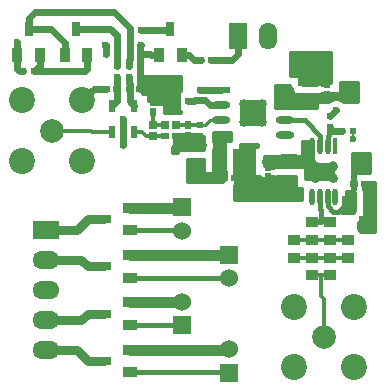
<source format=gtl>
G04 #@! TF.FileFunction,Copper,L1,Top,Signal*
%FSLAX46Y46*%
G04 Gerber Fmt 4.6, Leading zero omitted, Abs format (unit mm)*
G04 Created by KiCad (PCBNEW (2014-11-13 BZR 5275)-product) date Sun 16 Nov 2014 06:56:20 PM EST*
%MOMM*%
G01*
G04 APERTURE LIST*
%ADD10C,0.100000*%
%ADD11R,1.550000X0.600000*%
%ADD12O,1.550000X0.600000*%
%ADD13R,2.290000X2.290000*%
%ADD14R,0.900000X1.300000*%
%ADD15R,0.800000X1.300000*%
%ADD16R,1.524000X2.286000*%
%ADD17O,1.524000X2.286000*%
%ADD18R,0.650000X0.600000*%
%ADD19R,0.600000X0.650000*%
%ADD20R,1.450000X1.150000*%
%ADD21R,1.150000X1.450000*%
%ADD22R,1.524000X1.524000*%
%ADD23C,1.524000*%
%ADD24C,2.000000*%
%ADD25C,2.200000*%
%ADD26R,2.286000X1.524000*%
%ADD27O,2.286000X1.524000*%
%ADD28R,0.700000X0.650000*%
%ADD29R,0.650000X0.700000*%
%ADD30R,1.300000X0.900000*%
%ADD31R,1.300000X0.800000*%
%ADD32R,0.600000X0.600000*%
%ADD33R,1.000000X0.850000*%
%ADD34R,0.600000X1.100000*%
%ADD35R,0.450000X1.450000*%
%ADD36O,0.450000X1.450000*%
%ADD37R,1.890000X1.570000*%
%ADD38C,0.600000*%
%ADD39C,0.800000*%
%ADD40C,0.600000*%
%ADD41C,0.200000*%
%ADD42C,0.400000*%
%ADD43C,0.350000*%
%ADD44C,0.254000*%
%ADD45C,0.900000*%
%ADD46C,0.800000*%
G04 APERTURE END LIST*
D10*
D11*
X154300000Y-89095000D03*
D12*
X154300000Y-90365000D03*
X154300000Y-91635000D03*
X154300000Y-92905000D03*
X159700000Y-92905000D03*
X159700000Y-91635000D03*
X159700000Y-90365000D03*
X159700000Y-89095000D03*
D13*
X157000000Y-91000000D03*
D14*
X141050000Y-86100000D03*
X142950000Y-86100000D03*
D15*
X142000000Y-83900000D03*
D16*
X155730000Y-84500000D03*
D17*
X158270000Y-84500000D03*
D18*
X146550000Y-89000000D03*
X147450000Y-89000000D03*
X145450000Y-89000000D03*
X144550000Y-89000000D03*
X149550000Y-93000000D03*
X150450000Y-93000000D03*
D19*
X148500000Y-90950000D03*
X148500000Y-90050000D03*
X151500000Y-92050000D03*
X151500000Y-92950000D03*
D20*
X161500000Y-89900000D03*
X161500000Y-88100000D03*
D21*
X154100000Y-94750000D03*
X155900000Y-94750000D03*
X165100000Y-98750000D03*
X166900000Y-98750000D03*
D20*
X160000000Y-95100000D03*
X160000000Y-96900000D03*
D19*
X163250000Y-89450000D03*
X163250000Y-88550000D03*
D18*
X154550000Y-96500000D03*
X155450000Y-96500000D03*
X165550000Y-97000000D03*
X166450000Y-97000000D03*
D19*
X158250000Y-95550000D03*
X158250000Y-96450000D03*
D22*
X155000000Y-102999240D03*
D23*
X155000000Y-105000760D03*
D22*
X151000000Y-109000760D03*
D23*
X151000000Y-106999240D03*
D22*
X151000000Y-98999240D03*
D23*
X151000000Y-101000760D03*
D22*
X155000000Y-113000760D03*
D23*
X155000000Y-110999240D03*
D24*
X140000000Y-92500000D03*
D25*
X137450000Y-89950000D03*
X142550000Y-89950000D03*
X137450000Y-95050000D03*
X142550000Y-95050000D03*
D24*
X163000000Y-110000000D03*
D25*
X160450000Y-107450000D03*
X165550000Y-107450000D03*
X160450000Y-112550000D03*
X165550000Y-112550000D03*
D26*
X139500000Y-100920000D03*
D27*
X139500000Y-103460000D03*
X139500000Y-106000000D03*
X139500000Y-108540000D03*
X139500000Y-111080000D03*
D28*
X148500000Y-92050000D03*
X148500000Y-92950000D03*
D29*
X150450000Y-92000000D03*
X149550000Y-92000000D03*
D14*
X149050000Y-86100000D03*
X150950000Y-86100000D03*
D15*
X150000000Y-83900000D03*
D14*
X137050000Y-86100000D03*
X138950000Y-86100000D03*
D15*
X138000000Y-83900000D03*
D30*
X146600000Y-100950000D03*
X146600000Y-99050000D03*
D31*
X144400000Y-100000000D03*
D30*
X146600000Y-104950000D03*
X146600000Y-103050000D03*
D31*
X144400000Y-104000000D03*
D32*
X153450000Y-86500000D03*
X152550000Y-86500000D03*
X137550000Y-87500000D03*
X138450000Y-87500000D03*
X147450000Y-86000000D03*
X146550000Y-86000000D03*
X146500000Y-87950000D03*
X146500000Y-87050000D03*
X145500000Y-87950000D03*
X145500000Y-87050000D03*
X144550000Y-86000000D03*
X145450000Y-86000000D03*
X151450000Y-90000000D03*
X150550000Y-90000000D03*
X152500000Y-92050000D03*
X152500000Y-92950000D03*
X152500000Y-89050000D03*
X152500000Y-89950000D03*
X165450000Y-92500000D03*
X164550000Y-92500000D03*
X163500000Y-92200000D03*
X163500000Y-91300000D03*
D33*
X162000000Y-101750000D03*
X162000000Y-100250000D03*
X163500000Y-101750000D03*
X163500000Y-100250000D03*
X160500000Y-103250000D03*
X160500000Y-101750000D03*
X165000000Y-103250000D03*
X165000000Y-101750000D03*
X163500000Y-104750000D03*
X163500000Y-103250000D03*
X162000000Y-104750000D03*
X162000000Y-103250000D03*
D34*
X145050000Y-92600000D03*
X146950000Y-92600000D03*
X146000000Y-92600000D03*
X146950000Y-90400000D03*
X145050000Y-90400000D03*
D35*
X163975000Y-93850000D03*
D36*
X163325000Y-93850000D03*
X162675000Y-93850000D03*
X162025000Y-93850000D03*
X162025000Y-98150000D03*
X162675000Y-98150000D03*
X163325000Y-98150000D03*
X163975000Y-98150000D03*
D37*
X163000000Y-96000000D03*
D30*
X146600000Y-108950000D03*
X146600000Y-107050000D03*
D31*
X144400000Y-108000000D03*
D30*
X146600000Y-112950000D03*
X146600000Y-111050000D03*
D31*
X144400000Y-112000000D03*
D38*
X164000000Y-90750000D03*
D39*
X157750000Y-91750000D03*
X156250000Y-91750000D03*
X157750000Y-90250000D03*
X157000000Y-91000000D03*
X156250000Y-90250000D03*
D38*
X146000000Y-91500000D03*
X146000000Y-93750000D03*
X166250000Y-100000000D03*
X166250000Y-100750000D03*
X167000000Y-100750000D03*
X167000000Y-100000000D03*
X147500000Y-85250000D03*
X144500000Y-85250000D03*
X150500000Y-88250000D03*
X147500000Y-88250000D03*
X150500000Y-89250000D03*
X150500000Y-90750000D03*
X149250000Y-90000000D03*
X148500000Y-89250000D03*
X152750000Y-93750000D03*
X152000000Y-93750000D03*
X151250000Y-93750000D03*
X150500000Y-93750000D03*
X159250000Y-98000000D03*
X160750000Y-98000000D03*
X157000000Y-94000000D03*
X160000000Y-98000000D03*
X157000000Y-96500000D03*
X156250000Y-96500000D03*
X157000000Y-95500000D03*
X157000000Y-94750000D03*
X163250000Y-87750000D03*
X162250000Y-86250000D03*
X160750000Y-86250000D03*
X162250000Y-87000000D03*
X160750000Y-87000000D03*
X161500000Y-86250000D03*
X161500000Y-87000000D03*
X165500000Y-89750000D03*
X164750000Y-89750000D03*
X165500000Y-88750000D03*
X164750000Y-88750000D03*
X142750000Y-87500000D03*
X152500000Y-95250000D03*
X151750000Y-95250000D03*
X151750000Y-96250000D03*
X152500000Y-96250000D03*
X166500000Y-94750000D03*
X165750000Y-94750000D03*
X166500000Y-95750000D03*
X165750000Y-95750000D03*
D39*
X162250000Y-96500000D03*
X163750000Y-96500000D03*
X163750000Y-95500000D03*
X162250000Y-95500000D03*
X163000000Y-96000000D03*
D38*
X147500000Y-84000000D03*
X147500000Y-84000000D03*
X137000000Y-85000000D03*
X137000000Y-85000000D03*
X165500000Y-93250000D03*
X165500000Y-93250000D03*
X162759002Y-100250000D03*
X162759002Y-100250000D03*
X162759002Y-100250000D03*
D40*
X146550000Y-90000000D02*
X146550000Y-89000000D01*
X146550000Y-88550000D02*
X146500000Y-88500000D01*
X146500000Y-88500000D02*
X146500000Y-87950000D01*
X146550000Y-89000000D02*
X146550000Y-88550000D01*
X146950000Y-90400000D02*
X146550000Y-90000000D01*
D41*
X146950000Y-90100000D02*
X146950000Y-90400000D01*
D40*
X163500000Y-91300000D02*
X163500000Y-91250000D01*
X163500000Y-91250000D02*
X164000000Y-90750000D01*
X157000000Y-91000000D02*
X157750000Y-91750000D01*
X157000000Y-91000000D02*
X156250000Y-91750000D01*
X157000000Y-91000000D02*
X157750000Y-90250000D01*
X157000000Y-91000000D02*
X156250000Y-90250000D01*
X146000000Y-92600000D02*
X146000000Y-91500000D01*
X146000000Y-92600000D02*
X146000000Y-93750000D01*
X166250000Y-100750000D02*
X166250000Y-100000000D01*
X167000000Y-100750000D02*
X166250000Y-100750000D01*
X167000000Y-100000000D02*
X167000000Y-100750000D01*
X166900000Y-98750000D02*
X166900000Y-99900000D01*
X166900000Y-99900000D02*
X167000000Y-100000000D01*
X166450000Y-97450000D02*
X166900000Y-97900000D01*
X166900000Y-97900000D02*
X166900000Y-98750000D01*
X166450000Y-97000000D02*
X166450000Y-97450000D01*
X148350000Y-86100000D02*
X148250000Y-86000000D01*
X148250000Y-86000000D02*
X147450000Y-86000000D01*
X149050000Y-86100000D02*
X148350000Y-86100000D01*
X147450000Y-86000000D02*
X147450000Y-85300000D01*
X147450000Y-85300000D02*
X147500000Y-85250000D01*
X144550000Y-86000000D02*
X144550000Y-85300000D01*
X144550000Y-85300000D02*
X144500000Y-85250000D01*
X144550000Y-89000000D02*
X143500000Y-89000000D01*
X143500000Y-89000000D02*
X142550000Y-89950000D01*
X147450000Y-86000000D02*
X147450000Y-88200000D01*
X147450000Y-88200000D02*
X147500000Y-88250000D01*
X150500000Y-89250000D02*
X150500000Y-88250000D01*
X147450000Y-89000000D02*
X147450000Y-88300000D01*
X147450000Y-88300000D02*
X147500000Y-88250000D01*
X150550000Y-90000000D02*
X150550000Y-89300000D01*
X150550000Y-89300000D02*
X150500000Y-89250000D01*
X150550000Y-90000000D02*
X150550000Y-90700000D01*
X150550000Y-90700000D02*
X150500000Y-90750000D01*
X148500000Y-90050000D02*
X149200000Y-90050000D01*
X149200000Y-90050000D02*
X149250000Y-90000000D01*
X148500000Y-90050000D02*
X148500000Y-89250000D01*
X152000000Y-93750000D02*
X152750000Y-93750000D01*
X151250000Y-93750000D02*
X152000000Y-93750000D01*
X150500000Y-93750000D02*
X151250000Y-93750000D01*
X150450000Y-93000000D02*
X150450000Y-93700000D01*
X150450000Y-93700000D02*
X150500000Y-93750000D01*
X151050000Y-92950000D02*
X151000000Y-93000000D01*
X151000000Y-93000000D02*
X150450000Y-93000000D01*
X152500000Y-92950000D02*
X151050000Y-92950000D01*
X152500000Y-92950000D02*
X151500000Y-92950000D01*
D42*
X160000000Y-98000000D02*
X159250000Y-98000000D01*
X160000000Y-98000000D02*
X160750000Y-98000000D01*
X157000000Y-94750000D02*
X157000000Y-94000000D01*
X160000000Y-96900000D02*
X160000000Y-98000000D01*
X156250000Y-96500000D02*
X157000000Y-96500000D01*
X155450000Y-96500000D02*
X156250000Y-96500000D01*
X157000000Y-94750000D02*
X157000000Y-95500000D01*
X155900000Y-94750000D02*
X157000000Y-94750000D01*
X158700000Y-96450000D02*
X159150000Y-96900000D01*
X159150000Y-96900000D02*
X160000000Y-96900000D01*
X158250000Y-96450000D02*
X158700000Y-96450000D01*
X155900000Y-95600000D02*
X155450000Y-96050000D01*
X155450000Y-96050000D02*
X155450000Y-96500000D01*
X155900000Y-94750000D02*
X155900000Y-95600000D01*
X163250000Y-88550000D02*
X163250000Y-87750000D01*
X162250000Y-87000000D02*
X162250000Y-86250000D01*
X160750000Y-87000000D02*
X160750000Y-86250000D01*
X161500000Y-87000000D02*
X162250000Y-87000000D01*
X161500000Y-87000000D02*
X160750000Y-87000000D01*
X161500000Y-87000000D02*
X161500000Y-86250000D01*
X161500000Y-88100000D02*
X161500000Y-87000000D01*
X162800000Y-88550000D02*
X162350000Y-88100000D01*
X162350000Y-88100000D02*
X161500000Y-88100000D01*
X163250000Y-88550000D02*
X162800000Y-88550000D01*
X146600000Y-112950000D02*
X154949240Y-112950000D01*
X154949240Y-112950000D02*
X155000000Y-113000760D01*
X146600000Y-108950000D02*
X150949240Y-108950000D01*
X150949240Y-108950000D02*
X151000000Y-109000760D01*
X146600000Y-104950000D02*
X154949240Y-104950000D01*
X154949240Y-104950000D02*
X155000000Y-105000760D01*
X146600000Y-100950000D02*
X150949240Y-100950000D01*
X150949240Y-100950000D02*
X151000000Y-101000760D01*
D40*
X145450000Y-88550000D02*
X145500000Y-88500000D01*
X145500000Y-88500000D02*
X145500000Y-87950000D01*
X145450000Y-89000000D02*
X145450000Y-88550000D01*
X145050000Y-90400000D02*
X145450000Y-90000000D01*
X145450000Y-90000000D02*
X145450000Y-89000000D01*
D41*
X145050000Y-90200000D02*
X145050000Y-90400000D01*
D43*
X148500000Y-92950000D02*
X149500000Y-92950000D01*
X149500000Y-92950000D02*
X149550000Y-93000000D01*
X147600000Y-92600000D02*
X147950000Y-92950000D01*
X147950000Y-92950000D02*
X148500000Y-92950000D01*
X146950000Y-92600000D02*
X147600000Y-92600000D01*
X148500000Y-92050000D02*
X148500000Y-90950000D01*
X149550000Y-92000000D02*
X148550000Y-92000000D01*
X148550000Y-92000000D02*
X148500000Y-92050000D01*
X152050000Y-92050000D02*
X151500000Y-92050000D01*
X152500000Y-92050000D02*
X152050000Y-92050000D01*
X151050000Y-92050000D02*
X151000000Y-92000000D01*
X151000000Y-92000000D02*
X150450000Y-92000000D01*
X151500000Y-92050000D02*
X151050000Y-92050000D01*
D44*
X152950000Y-92050000D02*
X153365000Y-91635000D01*
X153365000Y-91635000D02*
X154300000Y-91635000D01*
X152500000Y-92050000D02*
X152950000Y-92050000D01*
D40*
X164750000Y-89750000D02*
X165500000Y-89750000D01*
X164750000Y-88750000D02*
X164750000Y-89750000D01*
X164750000Y-88750000D02*
X165500000Y-88750000D01*
X164550000Y-89450000D02*
X164750000Y-89250000D01*
X164750000Y-89250000D02*
X164750000Y-88750000D01*
X163250000Y-89450000D02*
X164550000Y-89450000D01*
X162350000Y-89900000D02*
X162800000Y-89450000D01*
X162800000Y-89450000D02*
X163250000Y-89450000D01*
X161500000Y-89900000D02*
X162350000Y-89900000D01*
X160850000Y-89900000D02*
X160385000Y-90365000D01*
X160385000Y-90365000D02*
X159700000Y-90365000D01*
X161500000Y-89900000D02*
X160850000Y-89900000D01*
X159700000Y-89700000D02*
X159700000Y-90365000D01*
X159700000Y-89095000D02*
X159700000Y-89700000D01*
D45*
X146600000Y-103050000D02*
X154949240Y-103050000D01*
X154949240Y-103050000D02*
X155000000Y-102999240D01*
D40*
X138950000Y-86100000D02*
X138950000Y-87000000D01*
X138950000Y-87000000D02*
X138450000Y-87500000D01*
X153500000Y-96250000D02*
X153750000Y-96500000D01*
X153750000Y-96500000D02*
X154550000Y-96500000D01*
X152500000Y-96250000D02*
X153500000Y-96250000D01*
X151750000Y-96250000D02*
X151750000Y-95250000D01*
X151750000Y-95250000D02*
X152500000Y-95250000D01*
X152500000Y-96250000D02*
X151750000Y-96250000D01*
X154100000Y-95600000D02*
X154550000Y-96050000D01*
X154550000Y-96050000D02*
X154550000Y-96500000D01*
X154100000Y-94750000D02*
X154100000Y-95600000D01*
X154300000Y-93450000D02*
X154100000Y-93650000D01*
X154100000Y-93650000D02*
X154100000Y-94750000D01*
X154300000Y-92905000D02*
X154300000Y-93450000D01*
D45*
X146600000Y-107050000D02*
X150949240Y-107050000D01*
X150949240Y-107050000D02*
X151000000Y-106999240D01*
D40*
X139000000Y-86150000D02*
X138950000Y-86100000D01*
X142750000Y-87500000D02*
X142950000Y-87300000D01*
X142950000Y-87300000D02*
X142950000Y-86100000D01*
X138450000Y-87500000D02*
X142750000Y-87500000D01*
D42*
X165750000Y-94750000D02*
X166500000Y-94750000D01*
X165750000Y-95750000D02*
X165750000Y-94750000D01*
X165750000Y-95750000D02*
X166500000Y-95750000D01*
X165550000Y-97000000D02*
X165550000Y-95950000D01*
X165550000Y-95950000D02*
X165750000Y-95750000D01*
X165550000Y-97450000D02*
X165100000Y-97900000D01*
X165100000Y-97900000D02*
X165100000Y-98750000D01*
X165550000Y-97000000D02*
X165550000Y-97450000D01*
X164200000Y-99400000D02*
X164850000Y-98750000D01*
X164850000Y-98750000D02*
X165100000Y-98750000D01*
X163800000Y-99400000D02*
X164200000Y-99400000D01*
X163325000Y-98925000D02*
X163800000Y-99400000D01*
X163325000Y-98150000D02*
X163325000Y-98925000D01*
D45*
X146600000Y-99050000D02*
X150949240Y-99050000D01*
X150949240Y-99050000D02*
X151000000Y-98999240D01*
D46*
X162250000Y-96500000D02*
X163000000Y-96000000D01*
X163750000Y-96500000D02*
X163000000Y-96000000D01*
X163000000Y-96000000D02*
X163250000Y-96000000D01*
X163250000Y-96000000D02*
X163750000Y-95500000D01*
X162250000Y-95500000D02*
X163000000Y-96000000D01*
D42*
X162250000Y-95500000D02*
X162500000Y-95500000D01*
X162025000Y-93850000D02*
X162025000Y-95275000D01*
X162025000Y-95275000D02*
X162250000Y-95500000D01*
X159150000Y-95100000D02*
X158700000Y-95550000D01*
X158700000Y-95550000D02*
X158250000Y-95550000D01*
X160000000Y-95100000D02*
X159150000Y-95100000D01*
X161500000Y-95500000D02*
X161100000Y-95100000D01*
X161100000Y-95100000D02*
X160000000Y-95100000D01*
X162250000Y-95500000D02*
X161500000Y-95500000D01*
D45*
X146600000Y-111050000D02*
X154949240Y-111050000D01*
X154949240Y-111050000D02*
X155000000Y-110999240D01*
D43*
X143350000Y-92600000D02*
X143250000Y-92500000D01*
X143250000Y-92500000D02*
X140000000Y-92500000D01*
X145050000Y-92600000D02*
X143350000Y-92600000D01*
D40*
X155250000Y-86500000D02*
X155730000Y-86020000D01*
X155730000Y-86020000D02*
X155730000Y-84500000D01*
X153450000Y-86500000D02*
X155250000Y-86500000D01*
D43*
X162750000Y-104750000D02*
X162000000Y-104750000D01*
X162750000Y-104750000D02*
X163500000Y-104750000D01*
X162750000Y-106500000D02*
X162750000Y-104750000D01*
X162750000Y-106500000D02*
X163000000Y-106750000D01*
X163000000Y-106750000D02*
X163000000Y-110000000D01*
D46*
X143000000Y-104000000D02*
X142460000Y-103460000D01*
X142460000Y-103460000D02*
X139500000Y-103460000D01*
X144400000Y-104000000D02*
X143000000Y-104000000D01*
X143000000Y-108000000D02*
X142460000Y-108540000D01*
X142460000Y-108540000D02*
X139500000Y-108540000D01*
X144400000Y-108000000D02*
X143000000Y-108000000D01*
D40*
X152000000Y-86500000D02*
X151600000Y-86100000D01*
X151600000Y-86100000D02*
X150950000Y-86100000D01*
X152550000Y-86500000D02*
X152000000Y-86500000D01*
X147500000Y-84000000D02*
X149900000Y-84000000D01*
X149900000Y-84000000D02*
X150000000Y-83900000D01*
X137250000Y-87500000D02*
X137050000Y-87300000D01*
X137050000Y-87300000D02*
X137050000Y-86100000D01*
X137550000Y-87500000D02*
X137250000Y-87500000D01*
X137000000Y-85000000D02*
X137050000Y-85050000D01*
X137050000Y-85050000D02*
X137050000Y-86100000D01*
X146500000Y-86500000D02*
X146550000Y-86450000D01*
X146550000Y-86450000D02*
X146550000Y-86000000D01*
X146500000Y-87050000D02*
X146500000Y-86500000D01*
X141050000Y-85050000D02*
X139900000Y-83900000D01*
X139900000Y-83900000D02*
X138000000Y-83900000D01*
X141050000Y-86100000D02*
X141050000Y-85050000D01*
X138500000Y-82500000D02*
X138000000Y-83000000D01*
X138000000Y-83000000D02*
X138000000Y-83900000D01*
X145250000Y-82500000D02*
X138500000Y-82500000D01*
X146550000Y-83800000D02*
X145250000Y-82500000D01*
X146550000Y-86000000D02*
X146550000Y-83800000D01*
X145500000Y-86500000D02*
X145450000Y-86450000D01*
X145450000Y-86450000D02*
X145450000Y-86000000D01*
X145500000Y-87050000D02*
X145500000Y-86500000D01*
X145450000Y-84450000D02*
X144900000Y-83900000D01*
X144900000Y-83900000D02*
X142000000Y-83900000D01*
X145450000Y-86000000D02*
X145450000Y-84450000D01*
X153365000Y-90365000D02*
X152950000Y-89950000D01*
X152950000Y-89950000D02*
X152500000Y-89950000D01*
X154300000Y-90365000D02*
X153365000Y-90365000D01*
X152050000Y-89950000D02*
X152000000Y-90000000D01*
X152000000Y-90000000D02*
X151450000Y-90000000D01*
X152500000Y-89950000D02*
X152050000Y-89950000D01*
X153345000Y-89095000D02*
X153300000Y-89050000D01*
X153300000Y-89050000D02*
X152500000Y-89050000D01*
X154300000Y-89095000D02*
X153345000Y-89095000D01*
D42*
X162759002Y-99259002D02*
X162675000Y-99175000D01*
X162675000Y-99175000D02*
X162675000Y-98150000D01*
X162759002Y-100250000D02*
X162759002Y-99259002D01*
D41*
X165500000Y-93250000D02*
X165450000Y-93200000D01*
X165450000Y-93200000D02*
X165450000Y-92500000D01*
D43*
X162541633Y-100250000D02*
X163500000Y-100250000D01*
X162000000Y-100250000D02*
X162541633Y-100250000D01*
X162541633Y-100250000D02*
X162759002Y-100250000D01*
D42*
X163500000Y-92750000D02*
X163325000Y-92925000D01*
X163325000Y-92925000D02*
X163325000Y-93850000D01*
X163500000Y-92500000D02*
X163500000Y-92750000D01*
D40*
X163500000Y-92500000D02*
X163500000Y-92200000D01*
X164550000Y-92500000D02*
X163500000Y-92500000D01*
D43*
X165000000Y-101750000D02*
X163500000Y-101750000D01*
X162000000Y-101750000D02*
X163500000Y-101750000D01*
X160500000Y-101750000D02*
X162000000Y-101750000D01*
X163500000Y-103250000D02*
X165000000Y-103250000D01*
X162000000Y-103250000D02*
X160500000Y-103250000D01*
X162000000Y-103250000D02*
X163500000Y-103250000D01*
D42*
X162675000Y-92925000D02*
X161385000Y-91635000D01*
X161385000Y-91635000D02*
X159700000Y-91635000D01*
X162675000Y-93850000D02*
X162675000Y-92925000D01*
D46*
X143000000Y-100000000D02*
X142080000Y-100920000D01*
X142080000Y-100920000D02*
X139500000Y-100920000D01*
X144400000Y-100000000D02*
X143000000Y-100000000D01*
X143000000Y-112000000D02*
X142080000Y-111080000D01*
X142080000Y-111080000D02*
X139500000Y-111080000D01*
X144400000Y-112000000D02*
X143000000Y-112000000D01*
D44*
G36*
X165873000Y-90123000D02*
X164695230Y-90123000D01*
X164661145Y-90088855D01*
X164530327Y-89957808D01*
X164186799Y-89815162D01*
X163814833Y-89814838D01*
X163471057Y-89956883D01*
X163304649Y-90123000D01*
X162373000Y-90123000D01*
X162373000Y-90623000D01*
X158877000Y-90623000D01*
X158877000Y-88627000D01*
X160140000Y-88627000D01*
X160140000Y-88801309D01*
X160236673Y-89034698D01*
X160373000Y-89171025D01*
X160373000Y-89377000D01*
X162553974Y-89377000D01*
X162590301Y-89413327D01*
X162823690Y-89510000D01*
X163076309Y-89510000D01*
X163676309Y-89510000D01*
X163909698Y-89413327D01*
X163946025Y-89377000D01*
X164377000Y-89377000D01*
X164377000Y-88377000D01*
X165873000Y-88377000D01*
X165873000Y-90123000D01*
X165873000Y-90123000D01*
G37*
X165873000Y-90123000D02*
X164695230Y-90123000D01*
X164661145Y-90088855D01*
X164530327Y-89957808D01*
X164186799Y-89815162D01*
X163814833Y-89814838D01*
X163471057Y-89956883D01*
X163304649Y-90123000D01*
X162373000Y-90123000D01*
X162373000Y-90623000D01*
X158877000Y-90623000D01*
X158877000Y-88627000D01*
X160140000Y-88627000D01*
X160140000Y-88801309D01*
X160236673Y-89034698D01*
X160373000Y-89171025D01*
X160373000Y-89377000D01*
X162553974Y-89377000D01*
X162590301Y-89413327D01*
X162823690Y-89510000D01*
X163076309Y-89510000D01*
X163676309Y-89510000D01*
X163909698Y-89413327D01*
X163946025Y-89377000D01*
X164377000Y-89377000D01*
X164377000Y-88377000D01*
X165873000Y-88377000D01*
X165873000Y-90123000D01*
G36*
X155123000Y-93373000D02*
X154623000Y-93373000D01*
X154623000Y-95803974D01*
X154586673Y-95840301D01*
X154490000Y-96073690D01*
X154490000Y-96326309D01*
X154490000Y-96873000D01*
X151377000Y-96873000D01*
X151377000Y-94877000D01*
X152873000Y-94877000D01*
X152873000Y-96127000D01*
X153627000Y-96127000D01*
X153627000Y-94076087D01*
X153684838Y-93936799D01*
X153685000Y-93750000D01*
X153685162Y-93564833D01*
X153627000Y-93424069D01*
X153627000Y-92627000D01*
X155000000Y-92627000D01*
X155123000Y-92627000D01*
X155123000Y-93373000D01*
X155123000Y-93373000D01*
G37*
X155123000Y-93373000D02*
X154623000Y-93373000D01*
X154623000Y-95803974D01*
X154586673Y-95840301D01*
X154490000Y-96073690D01*
X154490000Y-96326309D01*
X154490000Y-96873000D01*
X151377000Y-96873000D01*
X151377000Y-94877000D01*
X152873000Y-94877000D01*
X152873000Y-96127000D01*
X153627000Y-96127000D01*
X153627000Y-94076087D01*
X153684838Y-93936799D01*
X153685000Y-93750000D01*
X153685162Y-93564833D01*
X153627000Y-93424069D01*
X153627000Y-92627000D01*
X155000000Y-92627000D01*
X155123000Y-92627000D01*
X155123000Y-93373000D01*
G36*
X163623000Y-96623000D02*
X161377000Y-96623000D01*
X161377000Y-95623000D01*
X158946025Y-95623000D01*
X158909699Y-95586673D01*
X158676310Y-95490000D01*
X158423691Y-95490000D01*
X157935009Y-95490000D01*
X157935162Y-95314833D01*
X157877000Y-95174069D01*
X157877000Y-95076087D01*
X157934838Y-94936799D01*
X157935107Y-94627000D01*
X161127000Y-94627000D01*
X161127000Y-93377000D01*
X161815000Y-93377000D01*
X161815000Y-94376644D01*
X161880464Y-94705752D01*
X162066888Y-94984756D01*
X162123000Y-95022248D01*
X162123000Y-95377000D01*
X163623000Y-95377000D01*
X163623000Y-96623000D01*
X163623000Y-96623000D01*
G37*
X163623000Y-96623000D02*
X161377000Y-96623000D01*
X161377000Y-95623000D01*
X158946025Y-95623000D01*
X158909699Y-95586673D01*
X158676310Y-95490000D01*
X158423691Y-95490000D01*
X157935009Y-95490000D01*
X157935162Y-95314833D01*
X157877000Y-95174069D01*
X157877000Y-95076087D01*
X157934838Y-94936799D01*
X157935107Y-94627000D01*
X161127000Y-94627000D01*
X161127000Y-93377000D01*
X161815000Y-93377000D01*
X161815000Y-94376644D01*
X161880464Y-94705752D01*
X162066888Y-94984756D01*
X162123000Y-95022248D01*
X162123000Y-95377000D01*
X163623000Y-95377000D01*
X163623000Y-96623000D01*
G36*
X166873000Y-96065000D02*
X166648691Y-96065000D01*
X166450000Y-96065000D01*
X165998691Y-96065000D01*
X165858666Y-96123000D01*
X165623000Y-96123000D01*
X165623000Y-96303974D01*
X165586673Y-96340301D01*
X165490000Y-96573690D01*
X165490000Y-96826309D01*
X165490000Y-97426309D01*
X165529030Y-97520537D01*
X165586173Y-97807809D01*
X165623000Y-97862924D01*
X165623000Y-99304769D01*
X165457808Y-99469673D01*
X165456426Y-99473000D01*
X164541515Y-99473000D01*
X164538327Y-99465302D01*
X164448036Y-99375010D01*
X164583112Y-99284756D01*
X164769536Y-99005752D01*
X164835000Y-98676644D01*
X164835000Y-97627000D01*
X165377000Y-97627000D01*
X165377000Y-94377000D01*
X166873000Y-94377000D01*
X166873000Y-96065000D01*
X166873000Y-96065000D01*
G37*
X166873000Y-96065000D02*
X166648691Y-96065000D01*
X166450000Y-96065000D01*
X165998691Y-96065000D01*
X165858666Y-96123000D01*
X165623000Y-96123000D01*
X165623000Y-96303974D01*
X165586673Y-96340301D01*
X165490000Y-96573690D01*
X165490000Y-96826309D01*
X165490000Y-97426309D01*
X165529030Y-97520537D01*
X165586173Y-97807809D01*
X165623000Y-97862924D01*
X165623000Y-99304769D01*
X165457808Y-99469673D01*
X165456426Y-99473000D01*
X164541515Y-99473000D01*
X164538327Y-99465302D01*
X164448036Y-99375010D01*
X164583112Y-99284756D01*
X164769536Y-99005752D01*
X164835000Y-98676644D01*
X164835000Y-97627000D01*
X165377000Y-97627000D01*
X165377000Y-94377000D01*
X166873000Y-94377000D01*
X166873000Y-96065000D01*
G36*
X163623000Y-87615000D02*
X163615000Y-87615000D01*
X163615000Y-88490000D01*
X163423691Y-88490000D01*
X162823691Y-88490000D01*
X162729462Y-88529030D01*
X162442191Y-88586173D01*
X162399048Y-88615000D01*
X161135000Y-88615000D01*
X161135000Y-87865000D01*
X160127000Y-87865000D01*
X160127000Y-85877000D01*
X163623000Y-85877000D01*
X163623000Y-87615000D01*
X163623000Y-87615000D01*
G37*
X163623000Y-87615000D02*
X163615000Y-87615000D01*
X163615000Y-88490000D01*
X163423691Y-88490000D01*
X162823691Y-88490000D01*
X162729462Y-88529030D01*
X162442191Y-88586173D01*
X162399048Y-88615000D01*
X161135000Y-88615000D01*
X161135000Y-87865000D01*
X160127000Y-87865000D01*
X160127000Y-85877000D01*
X163623000Y-85877000D01*
X163623000Y-87615000D01*
G36*
X161123000Y-98373000D02*
X155377000Y-98373000D01*
X155377000Y-97635000D01*
X155385000Y-97635000D01*
X155385000Y-97188025D01*
X155413327Y-97159699D01*
X155510000Y-96926310D01*
X155510000Y-96673691D01*
X155510000Y-96073691D01*
X155470969Y-95979462D01*
X155413827Y-95692191D01*
X155385000Y-95649048D01*
X155385000Y-94135000D01*
X155885000Y-94135000D01*
X155885000Y-93627000D01*
X157373000Y-93627000D01*
X157373000Y-93865000D01*
X157115000Y-93865000D01*
X157115000Y-96385000D01*
X157561974Y-96385000D01*
X157590301Y-96413327D01*
X157823690Y-96510000D01*
X158076309Y-96510000D01*
X158676309Y-96510000D01*
X158909698Y-96413327D01*
X158938025Y-96385000D01*
X160615000Y-96385000D01*
X160615000Y-97385000D01*
X161123000Y-97385000D01*
X161123000Y-98373000D01*
X161123000Y-98373000D01*
G37*
X161123000Y-98373000D02*
X155377000Y-98373000D01*
X155377000Y-97635000D01*
X155385000Y-97635000D01*
X155385000Y-97188025D01*
X155413327Y-97159699D01*
X155510000Y-96926310D01*
X155510000Y-96673691D01*
X155510000Y-96073691D01*
X155470969Y-95979462D01*
X155413827Y-95692191D01*
X155385000Y-95649048D01*
X155385000Y-94135000D01*
X155885000Y-94135000D01*
X155885000Y-93627000D01*
X157373000Y-93627000D01*
X157373000Y-93865000D01*
X157115000Y-93865000D01*
X157115000Y-96385000D01*
X157561974Y-96385000D01*
X157590301Y-96413327D01*
X157823690Y-96510000D01*
X158076309Y-96510000D01*
X158676309Y-96510000D01*
X158909698Y-96413327D01*
X158938025Y-96385000D01*
X160615000Y-96385000D01*
X160615000Y-97385000D01*
X161123000Y-97385000D01*
X161123000Y-98373000D01*
G36*
X152865000Y-94115000D02*
X150615000Y-94115000D01*
X150615000Y-94373000D01*
X150127000Y-94373000D01*
X150127000Y-93882937D01*
X150234698Y-93838327D01*
X150413327Y-93659699D01*
X150510000Y-93426310D01*
X150510000Y-93173691D01*
X150510000Y-92985000D01*
X150901309Y-92985000D01*
X150957321Y-92961798D01*
X151073690Y-93010000D01*
X151326309Y-93010000D01*
X151926309Y-93010000D01*
X152030177Y-92966976D01*
X152073690Y-92985000D01*
X152326309Y-92985000D01*
X152865000Y-92985000D01*
X152865000Y-94115000D01*
X152865000Y-94115000D01*
G37*
X152865000Y-94115000D02*
X150615000Y-94115000D01*
X150615000Y-94373000D01*
X150127000Y-94373000D01*
X150127000Y-93882937D01*
X150234698Y-93838327D01*
X150413327Y-93659699D01*
X150510000Y-93426310D01*
X150510000Y-93173691D01*
X150510000Y-92985000D01*
X150901309Y-92985000D01*
X150957321Y-92961798D01*
X151073690Y-93010000D01*
X151326309Y-93010000D01*
X151926309Y-93010000D01*
X152030177Y-92966976D01*
X152073690Y-92985000D01*
X152326309Y-92985000D01*
X152865000Y-92985000D01*
X152865000Y-94115000D01*
G36*
X150873000Y-91015000D02*
X150648691Y-91015000D01*
X150001310Y-91015000D01*
X149998691Y-91015000D01*
X149748691Y-91015000D01*
X149435000Y-91015000D01*
X149435000Y-90498691D01*
X149338327Y-90265302D01*
X149159699Y-90086673D01*
X148926310Y-89990000D01*
X148673691Y-89990000D01*
X148127000Y-89990000D01*
X148127000Y-89373000D01*
X147671025Y-89373000D01*
X147609699Y-89311673D01*
X147510000Y-89270376D01*
X147510000Y-89173691D01*
X147510000Y-88573691D01*
X147470969Y-88479462D01*
X147435000Y-88298634D01*
X147435000Y-88123691D01*
X147435000Y-87950000D01*
X147435000Y-87877000D01*
X150873000Y-87877000D01*
X150873000Y-88750000D01*
X150873000Y-89127418D01*
X150790302Y-89161673D01*
X150611673Y-89340301D01*
X150515000Y-89573690D01*
X150515000Y-89826309D01*
X150515000Y-90000000D01*
X150515000Y-90426309D01*
X150611673Y-90659698D01*
X150790301Y-90838327D01*
X150873000Y-90872582D01*
X150873000Y-91015000D01*
X150873000Y-91015000D01*
G37*
X150873000Y-91015000D02*
X150648691Y-91015000D01*
X150001310Y-91015000D01*
X149998691Y-91015000D01*
X149748691Y-91015000D01*
X149435000Y-91015000D01*
X149435000Y-90498691D01*
X149338327Y-90265302D01*
X149159699Y-90086673D01*
X148926310Y-89990000D01*
X148673691Y-89990000D01*
X148127000Y-89990000D01*
X148127000Y-89373000D01*
X147671025Y-89373000D01*
X147609699Y-89311673D01*
X147510000Y-89270376D01*
X147510000Y-89173691D01*
X147510000Y-88573691D01*
X147470969Y-88479462D01*
X147435000Y-88298634D01*
X147435000Y-88123691D01*
X147435000Y-87950000D01*
X147435000Y-87877000D01*
X150873000Y-87877000D01*
X150873000Y-88750000D01*
X150873000Y-89127418D01*
X150790302Y-89161673D01*
X150611673Y-89340301D01*
X150515000Y-89573690D01*
X150515000Y-89826309D01*
X150515000Y-90000000D01*
X150515000Y-90426309D01*
X150611673Y-90659698D01*
X150790301Y-90838327D01*
X150873000Y-90872582D01*
X150873000Y-91015000D01*
G36*
X167315000Y-101123000D02*
X166103647Y-101123000D01*
X166038327Y-100965302D01*
X165877000Y-100803974D01*
X165877000Y-100235000D01*
X166385000Y-100235000D01*
X166385000Y-97688025D01*
X166413327Y-97659699D01*
X166510000Y-97426310D01*
X166510000Y-97173691D01*
X166510000Y-96885000D01*
X167315000Y-96885000D01*
X167315000Y-101123000D01*
X167315000Y-101123000D01*
G37*
X167315000Y-101123000D02*
X166103647Y-101123000D01*
X166038327Y-100965302D01*
X165877000Y-100803974D01*
X165877000Y-100235000D01*
X166385000Y-100235000D01*
X166385000Y-97688025D01*
X166413327Y-97659699D01*
X166510000Y-97426310D01*
X166510000Y-97173691D01*
X166510000Y-96885000D01*
X167315000Y-96885000D01*
X167315000Y-101123000D01*
M02*

</source>
